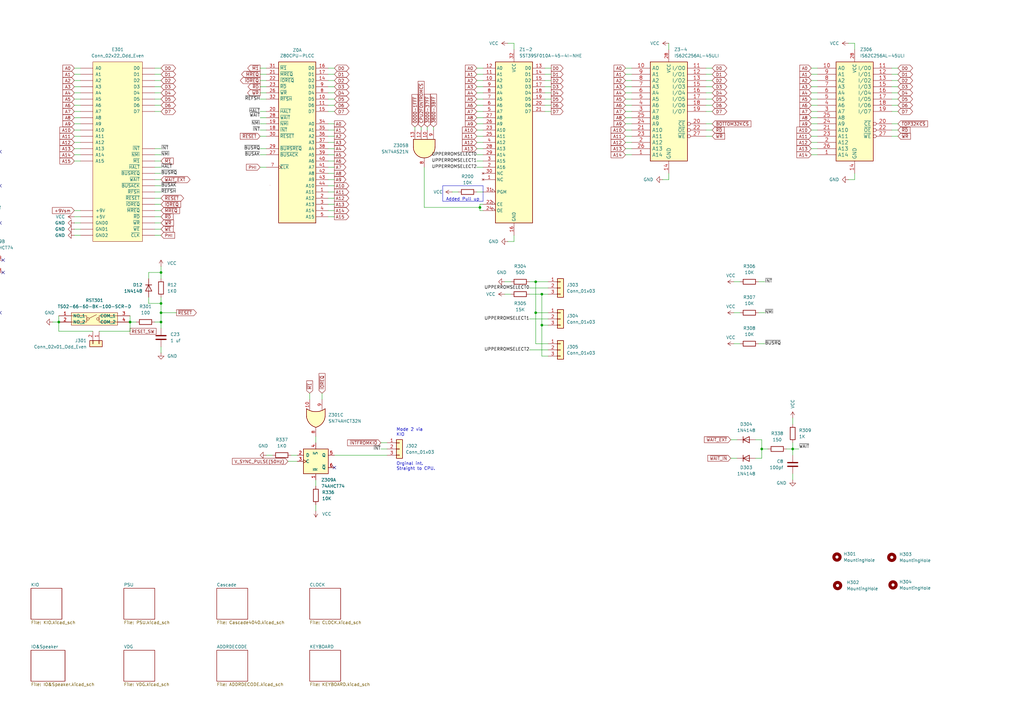
<source format=kicad_sch>
(kicad_sch (version 20250114) (generator "eeschema") (generator_version "9.0")
  (paper "A3")
  (title_block (title "JupiterAce Z80 plus KIO and new memory format.") (date "2023-02-09") (rev "${REVNUM}") (company "Ontobus") (comment 1 "John Bradley") (comment 2 "https://creativecommons.org/licenses/by-nc-sa/4.0/") (comment 3 "Attribution-NonCommercial-ShareAlike 4.0 International License.") (comment 4 "This work is licensed under a Creative Commons "))
  (text "Mode 2 via\nKIO" (at 162.56 179.07 0) (effects (font (size 1.27 1.27)) (justify left bottom)))
  (text "Added Pull up" (at 182.88 82.55 0) (effects (font (size 1.27 1.27)) (justify left bottom)))
  (text "Orginal int.\nStraight to CPU." (at 162.56 193.04 0) (effects (font (size 1.27 1.27)) (justify left bottom)))
  (junction (at 53.34 132.08))
  (junction (at 325.12 184.15))
  (junction (at 66.04 132.08))
  (junction (at 312.42 184.15))
  (junction (at 66.04 111.76))
  (junction (at 219.71 115.57))
  (junction (at 66.04 128.27))
  (junction (at 196.85 85.09))
  (junction (at 222.25 133.35))
  (junction (at 219.71 128.27))
  (junction (at 24.13 132.08))
  (junction (at 66.04 124.46))
  (junction (at 222.25 120.65))
  (no_connect (at 1.27 111.76))
  (no_connect (at 0 62.23))
  (no_connect (at -15.24 125.73))
  (no_connect (at -6.35 116.84))
  (no_connect (at -15.24 130.81))
  (no_connect (at 0 91.44))
  (no_connect (at 1.27 106.68))
  (no_connect (at -13.97 109.22))
  (no_connect (at -6.35 101.6))
  (no_connect (at -15.24 62.23))
  (no_connect (at -25.4 62.23))
  (no_connect (at -40.64 62.23))
  (no_connect (at -15.24 128.27))
  (no_connect (at -15.24 73.66))
  (no_connect (at 0 76.2))
  (no_connect (at -15.24 78.74))
  (no_connect (at -13.97 106.68))
  (no_connect (at -15.24 93.98))
  (no_connect (at -15.24 88.9))
  (no_connect (at 137.16 191.77))
  (no_connect (at 0 128.27))
  (wire (pts (xy 259.08 60.96) (xy 256.54 60.96)))
  (wire (pts (xy 66.04 111.76) (xy 60.96 111.76)))
  (wire (pts (xy 365.76 50.8) (xy 368.3 50.8)))
  (wire (pts (xy 224.79 130.81) (xy 217.17 130.81)))
  (wire (pts (xy 223.52 27.94) (xy 226.06 27.94)))
  (wire (pts (xy 303.53 128.27) (xy 300.99 128.27)))
  (wire (pts (xy 63.5 35.56) (xy 66.04 35.56)))
  (wire (pts (xy 63.5 30.48) (xy 66.04 30.48)))
  (wire (pts (xy 198.12 63.5) (xy 195.58 63.5)))
  (wire (pts (xy 335.28 43.18) (xy 332.74 43.18)))
  (wire (pts (xy 312.42 180.34) (xy 312.42 184.15)))
  (wire (pts (xy 196.85 85.09) (xy 196.85 86.36)))
  (wire (pts (xy 365.76 45.72) (xy 368.3 45.72)))
  (wire (pts (xy 60.96 121.92) (xy 60.96 124.46)))
  (wire (pts (xy 66.04 114.3) (xy 66.04 111.76)))
  (polyline (pts (xy 181.61 76.2) (xy 181.61 82.55)))
  (wire (pts (xy 66.04 128.27) (xy 66.04 132.08)))
  (wire (pts (xy 63.5 73.66) (xy 66.04 73.66)))
  (wire (pts (xy 289.56 53.34) (xy 292.1 53.34)))
  (wire (pts (xy 134.62 30.48) (xy 137.16 30.48)))
  (wire (pts (xy 33.02 40.64) (xy 30.48 40.64)))
  (wire (pts (xy 63.5 60.96) (xy 66.04 60.96)))
  (wire (pts (xy 259.08 53.34) (xy 256.54 53.34)))
  (wire (pts (xy 365.76 38.1) (xy 368.3 38.1)))
  (wire (pts (xy 134.62 53.34) (xy 137.16 53.34)))
  (wire (pts (xy 198.12 66.04) (xy 195.58 66.04)))
  (wire (pts (xy 33.02 53.34) (xy 30.48 53.34)))
  (wire (pts (xy 311.15 140.97) (xy 313.69 140.97)))
  (wire (pts (xy 259.08 38.1) (xy 256.54 38.1)))
  (wire (pts (xy 33.02 48.26) (xy 30.48 48.26)))
  (wire (pts (xy 209.55 120.65) (xy 207.01 120.65)))
  (wire (pts (xy 109.22 38.1) (xy 106.68 38.1)))
  (wire (pts (xy 63.5 45.72) (xy 66.04 45.72)))
  (wire (pts (xy 129.54 179.07) (xy 129.54 181.61)))
  (wire (pts (xy 33.02 43.18) (xy 30.48 43.18)))
  (wire (pts (xy 106.68 55.88) (xy 109.22 55.88)))
  (wire (pts (xy 134.62 33.02) (xy 137.16 33.02)))
  (wire (pts (xy 322.58 184.15) (xy 325.12 184.15)))
  (wire (pts (xy 274.32 71.12) (xy 274.32 73.66)))
  (polyline (pts (xy 198.12 76.2) (xy 181.61 76.2)))
  (wire (pts (xy 63.5 96.52) (xy 66.04 96.52)))
  (wire (pts (xy 335.28 53.34) (xy 332.74 53.34)))
  (wire (pts (xy 109.22 53.34) (xy 106.68 53.34)))
  (wire (pts (xy 198.12 38.1) (xy 195.58 38.1)))
  (wire (pts (xy 365.76 53.34) (xy 368.3 53.34)))
  (wire (pts (xy 106.68 40.64) (xy 109.22 40.64)))
  (wire (pts (xy 198.12 43.18) (xy 195.58 43.18)))
  (wire (pts (xy 30.48 91.44) (xy 33.02 91.44)))
  (wire (pts (xy 210.82 96.52) (xy 210.82 99.06)))
  (wire (pts (xy 33.02 60.96) (xy 30.48 60.96)))
  (wire (pts (xy 198.12 78.74) (xy 195.58 78.74)))
  (wire (pts (xy 198.12 27.94) (xy 195.58 27.94)))
  (wire (pts (xy 335.28 50.8) (xy 332.74 50.8)))
  (wire (pts (xy 289.56 50.8) (xy 292.1 50.8)))
  (wire (pts (xy 134.62 78.74) (xy 137.16 78.74)))
  (wire (pts (xy 63.5 91.44) (xy 66.04 91.44)))
  (wire (pts (xy 109.22 45.72) (xy 106.68 45.72)))
  (wire (pts (xy 134.62 68.58) (xy 137.16 68.58)))
  (wire (pts (xy 335.28 63.5) (xy 332.74 63.5)))
  (wire (pts (xy 335.28 38.1) (xy 332.74 38.1)))
  (wire (pts (xy 325.12 181.61) (xy 325.12 184.15)))
  (wire (pts (xy 129.54 199.39) (xy 129.54 196.85)))
  (polyline (pts (xy 181.61 82.55) (xy 198.12 82.55)))
  (wire (pts (xy 289.56 30.48) (xy 292.1 30.48)))
  (wire (pts (xy 63.5 68.58) (xy 66.04 68.58)))
  (wire (pts (xy 223.52 33.02) (xy 226.06 33.02)))
  (wire (pts (xy 335.28 30.48) (xy 332.74 30.48)))
  (wire (pts (xy 134.62 73.66) (xy 137.16 73.66)))
  (wire (pts (xy 198.12 83.82) (xy 196.85 83.82)))
  (wire (pts (xy 198.12 53.34) (xy 195.58 53.34)))
  (wire (pts (xy 289.56 45.72) (xy 292.1 45.72)))
  (wire (pts (xy 134.62 83.82) (xy 137.16 83.82)))
  (wire (pts (xy 187.96 78.74) (xy 185.42 78.74)))
  (wire (pts (xy 289.56 38.1) (xy 292.1 38.1)))
  (wire (pts (xy 312.42 184.15) (xy 312.42 187.96)))
  (wire (pts (xy 224.79 143.51) (xy 217.17 143.51)))
  (wire (pts (xy 222.25 133.35) (xy 222.25 146.05)))
  (wire (pts (xy 303.53 115.57) (xy 300.99 115.57)))
  (wire (pts (xy 223.52 45.72) (xy 226.06 45.72)))
  (wire (pts (xy 134.62 55.88) (xy 137.16 55.88)))
  (wire (pts (xy 198.12 30.48) (xy 195.58 30.48)))
  (wire (pts (xy 259.08 27.94) (xy 256.54 27.94)))
  (wire (pts (xy 208.28 99.06) (xy 210.82 99.06)))
  (wire (pts (xy 33.02 35.56) (xy 30.48 35.56)))
  (wire (pts (xy 55.88 132.08) (xy 53.34 132.08)))
  (wire (pts (xy 256.54 35.56) (xy 259.08 35.56)))
  (wire (pts (xy 210.82 20.32) (xy 210.82 17.78)))
  (wire (pts (xy 325.12 173.99) (xy 325.12 171.45)))
  (wire (pts (xy 198.12 55.88) (xy 195.58 55.88)))
  (wire (pts (xy 198.12 60.96) (xy 195.58 60.96)))
  (wire (pts (xy 335.28 35.56) (xy 332.74 35.56)))
  (wire (pts (xy 134.62 71.12) (xy 137.16 71.12)))
  (wire (pts (xy 219.71 128.27) (xy 224.79 128.27)))
  (wire (pts (xy 63.5 71.12) (xy 66.04 71.12)))
  (wire (pts (xy 219.71 140.97) (xy 224.79 140.97)))
  (wire (pts (xy 33.02 38.1) (xy 30.48 38.1)))
  (wire (pts (xy 223.52 35.56) (xy 226.06 35.56)))
  (wire (pts (xy 196.85 83.82) (xy 196.85 85.09)))
  (wire (pts (xy 66.04 124.46) (xy 66.04 128.27)))
  (wire (pts (xy 33.02 58.42) (xy 30.48 58.42)))
  (wire (pts (xy 335.28 58.42) (xy 332.74 58.42)))
  (wire (pts (xy 134.62 66.04) (xy 137.16 66.04)))
  (wire (pts (xy 111.76 186.69) (xy 109.22 186.69)))
  (wire (pts (xy 38.1 135.89) (xy 24.13 135.89)))
  (wire (pts (xy 66.04 128.27) (xy 72.39 128.27)))
  (wire (pts (xy 63.5 27.94) (xy 66.04 27.94)))
  (wire (pts (xy 299.72 187.96) (xy 302.26 187.96)))
  (wire (pts (xy 259.08 63.5) (xy 256.54 63.5)))
  (wire (pts (xy 33.02 66.04) (xy 30.48 66.04)))
  (wire (pts (xy 66.04 121.92) (xy 66.04 124.46)))
  (wire (pts (xy 109.22 63.5) (xy 106.68 63.5)))
  (wire (pts (xy 259.08 48.26) (xy 256.54 48.26)))
  (wire (pts (xy 33.02 88.9) (xy 30.48 88.9)))
  (wire (pts (xy 134.62 88.9) (xy 137.16 88.9)))
  (wire (pts (xy 325.12 196.85) (xy 325.12 194.31)))
  (wire (pts (xy 325.12 184.15) (xy 325.12 186.69)))
  (wire (pts (xy 63.5 66.04) (xy 66.04 66.04)))
  (wire (pts (xy 223.52 43.18) (xy 226.06 43.18)))
  (wire (pts (xy 66.04 142.24) (xy 66.04 144.78)))
  (wire (pts (xy 259.08 58.42) (xy 256.54 58.42)))
  (wire (pts (xy 134.62 38.1) (xy 137.16 38.1)))
  (wire (pts (xy 66.04 132.08) (xy 66.04 134.62)))
  (wire (pts (xy 134.62 40.64) (xy 137.16 40.64)))
  (wire (pts (xy 134.62 35.56) (xy 137.16 35.56)))
  (wire (pts (xy 198.12 40.64) (xy 195.58 40.64)))
  (wire (pts (xy 219.71 128.27) (xy 219.71 140.97)))
  (wire (pts (xy 289.56 35.56) (xy 292.1 35.56)))
  (wire (pts (xy 335.28 60.96) (xy 332.74 60.96)))
  (wire (pts (xy 129.54 209.55) (xy 129.54 207.01)))
  (wire (pts (xy 335.28 40.64) (xy 332.74 40.64)))
  (wire (pts (xy 33.02 55.88) (xy 30.48 55.88)))
  (wire (pts (xy 24.13 132.08) (xy 24.13 135.89)))
  (wire (pts (xy 311.15 128.27) (xy 313.69 128.27)))
  (wire (pts (xy 259.08 40.64) (xy 256.54 40.64)))
  (wire (pts (xy 33.02 93.98) (xy 30.48 93.98)))
  (wire (pts (xy 365.76 30.48) (xy 368.3 30.48)))
  (wire (pts (xy 259.08 43.18) (xy 256.54 43.18)))
  (wire (pts (xy 170.18 53.34) (xy 170.18 52.07)))
  (wire (pts (xy 63.5 43.18) (xy 66.04 43.18)))
  (wire (pts (xy 127 161.29) (xy 127 163.83)))
  (wire (pts (xy 66.04 124.46) (xy 60.96 124.46)))
  (wire (pts (xy 53.34 129.54) (xy 53.34 132.08)))
  (wire (pts (xy 325.12 184.15) (xy 327.66 184.15)))
  (wire (pts (xy 219.71 115.57) (xy 217.17 115.57)))
  (wire (pts (xy 66.04 109.22) (xy 66.04 111.76)))
  (wire (pts (xy 63.5 38.1) (xy 66.04 38.1)))
  (wire (pts (xy 198.12 50.8) (xy 195.58 50.8)))
  (wire (pts (xy 223.52 38.1) (xy 226.06 38.1)))
  (wire (pts (xy 289.56 27.94) (xy 292.1 27.94)))
  (wire (pts (xy 134.62 43.18) (xy 137.16 43.18)))
  (wire (pts (xy 219.71 115.57) (xy 219.71 128.27)))
  (wire (pts (xy 118.11 189.23) (xy 121.92 189.23)))
  (wire (pts (xy 63.5 83.82) (xy 66.04 83.82)))
  (wire (pts (xy 259.08 45.72) (xy 256.54 45.72)))
  (wire (pts (xy 109.22 48.26) (xy 106.68 48.26)))
  (wire (pts (xy 365.76 35.56) (xy 368.3 35.56)))
  (wire (pts (xy 312.42 184.15) (xy 314.96 184.15)))
  (wire (pts (xy 53.34 135.89) (xy 40.64 135.89)))
  (wire (pts (xy 335.28 27.94) (xy 332.74 27.94)))
  (wire (pts (xy 207.01 115.57) (xy 209.55 115.57)))
  (wire (pts (xy 109.22 27.94) (xy 106.68 27.94)))
  (wire (pts (xy 132.08 161.29) (xy 132.08 163.83)))
  (wire (pts (xy 198.12 35.56) (xy 195.58 35.56)))
  (wire (pts (xy 259.08 50.8) (xy 256.54 50.8)))
  (wire (pts (xy 134.62 50.8) (xy 137.16 50.8)))
  (wire (pts (xy 222.25 120.65) (xy 217.17 120.65)))
  (wire (pts (xy 335.28 55.88) (xy 332.74 55.88)))
  (wire (pts (xy 177.8 53.34) (xy 177.8 52.07)))
  (wire (pts (xy 33.02 30.48) (xy 30.48 30.48)))
  (wire (pts (xy 259.08 30.48) (xy 256.54 30.48)))
  (wire (pts (xy 134.62 58.42) (xy 137.16 58.42)))
  (wire (pts (xy 198.12 86.36) (xy 196.85 86.36)))
  (wire (pts (xy 33.02 50.8) (xy 30.48 50.8)))
  (wire (pts (xy 365.76 43.18) (xy 368.3 43.18)))
  (wire (pts (xy 224.79 118.11) (xy 217.17 118.11)))
  (wire (pts (xy 198.12 45.72) (xy 195.58 45.72)))
  (wire (pts (xy 172.72 52.07) (xy 172.72 53.34)))
  (wire (pts (xy 224.79 115.57) (xy 219.71 115.57)))
  (wire (pts (xy 24.13 129.54) (xy 24.13 132.08)))
  (wire (pts (xy 365.76 33.02) (xy 368.3 33.02)))
  (wire (pts (xy 274.32 17.78) (xy 274.32 20.32)))
  (wire (pts (xy 137.16 186.69) (xy 158.75 186.69)))
  (wire (pts (xy 134.62 63.5) (xy 137.16 63.5)))
  (wire (pts (xy 222.25 120.65) (xy 222.25 133.35)))
  (wire (pts (xy 210.82 17.78) (xy 208.28 17.78)))
  (wire (pts (xy 63.5 40.64) (xy 66.04 40.64)))
  (wire (pts (xy 350.52 17.78) (xy 347.98 17.78)))
  (wire (pts (xy 33.02 33.02) (xy 30.48 33.02)))
  (wire (pts (xy 66.04 63.5) (xy 63.5 63.5)))
  (wire (pts (xy 222.25 146.05) (xy 224.79 146.05)))
  (wire (pts (xy 63.5 78.74) (xy 66.04 78.74)))
  (wire (pts (xy 335.28 45.72) (xy 332.74 45.72)))
  (wire (pts (xy 222.25 133.35) (xy 224.79 133.35)))
  (wire (pts (xy 109.22 35.56) (xy 106.68 35.56)))
  (wire (pts (xy 223.52 40.64) (xy 226.06 40.64)))
  (wire (pts (xy 134.62 81.28) (xy 137.16 81.28)))
  (wire (pts (xy 309.88 187.96) (xy 312.42 187.96)))
  (wire (pts (xy 271.78 73.66) (xy 274.32 73.66)))
  (wire (pts (xy 365.76 27.94) (xy 368.3 27.94)))
  (wire (pts (xy 33.02 45.72) (xy 30.48 45.72)))
  (wire (pts (xy 173.99 85.09) (xy 196.85 85.09)))
  (wire (pts (xy 259.08 33.02) (xy 256.54 33.02)))
  (wire (pts (xy 259.08 55.88) (xy 256.54 55.88)))
  (wire (pts (xy 347.98 73.66) (xy 350.52 73.66)))
  (wire (pts (xy 106.68 60.96) (xy 109.22 60.96)))
  (wire (pts (xy 109.22 30.48) (xy 106.68 30.48)))
  (wire (pts (xy 134.62 86.36) (xy 137.16 86.36)))
  (wire (pts (xy 289.56 33.02) (xy 292.1 33.02)))
  (wire (pts (xy 289.56 43.18) (xy 292.1 43.18)))
  (wire (pts (xy 33.02 96.52) (xy 30.48 96.52)))
  (polyline (pts (xy 198.12 82.55) (xy 198.12 76.2)))
  (wire (pts (xy 365.76 40.64) (xy 368.3 40.64)))
  (wire (pts (xy 33.02 27.94) (xy 30.48 27.94)))
  (wire (pts (xy 289.56 55.88) (xy 292.1 55.88)))
  (wire (pts (xy 350.52 17.78) (xy 350.52 20.32)))
  (wire (pts (xy 335.28 48.26) (xy 332.74 48.26)))
  (wire (pts (xy 299.72 180.34) (xy 302.26 180.34)))
  (wire (pts (xy 33.02 63.5) (xy 30.48 63.5)))
  (wire (pts (xy 53.34 132.08) (xy 53.34 135.89)))
  (wire (pts (xy 198.12 33.02) (xy 195.58 33.02)))
  (wire (pts (xy 134.62 76.2) (xy 137.16 76.2)))
  (wire (pts (xy 63.5 93.98) (xy 66.04 93.98)))
  (wire (pts (xy 63.5 86.36) (xy 66.04 86.36)))
  (wire (pts (xy 63.5 132.08) (xy 66.04 132.08)))
  (wire (pts (xy 198.12 68.58) (xy 195.58 68.58)))
  (wire (pts (xy 175.26 53.34) (xy 175.26 52.07)))
  (wire (pts (xy 109.22 68.58) (xy 106.68 68.58)))
  (wire (pts (xy 109.22 33.02) (xy 106.68 33.02)))
  (wire (pts (xy 134.62 60.96) (xy 137.16 60.96)))
  (wire (pts (xy 33.02 86.36) (xy 30.48 86.36)))
  (wire (pts (xy 158.75 184.15) (xy 156.21 184.15)))
  (wire (pts (xy 60.96 111.76) (xy 60.96 114.3)))
  (wire (pts (xy 300.99 140.97) (xy 303.53 140.97)))
  (wire (pts (xy 63.5 76.2) (xy 66.04 76.2)))
  (wire (pts (xy 134.62 45.72) (xy 137.16 45.72)))
  (wire (pts (xy 24.13 132.08) (xy 21.59 132.08)))
  (wire (pts (xy 198.12 58.42) (xy 195.58 58.42)))
  (wire (pts (xy 119.38 186.69) (xy 121.92 186.69)))
  (wire (pts (xy 173.99 85.09) (xy 173.99 68.58)))
  (wire (pts (xy 335.28 33.02) (xy 332.74 33.02)))
  (wire (pts (xy 223.52 30.48) (xy 226.06 30.48)))
  (wire (pts (xy 158.75 181.61) (xy 156.21 181.61)))
  (wire (pts (xy 63.5 81.28) (xy 66.04 81.28)))
  (wire (pts (xy 224.79 120.65) (xy 222.25 120.65)))
  (wire (pts (xy 109.22 50.8) (xy 106.68 50.8)))
  (wire (pts (xy 63.5 88.9) (xy 66.04 88.9)))
  (wire (pts (xy 289.56 40.64) (xy 292.1 40.64)))
  (wire (pts (xy 309.88 180.34) (xy 312.42 180.34)))
  (wire (pts (xy 311.15 115.57) (xy 313.69 115.57)))
  (wire (pts (xy 350.52 71.12) (xy 350.52 73.66)))
  (wire (pts (xy 365.76 55.88) (xy 368.3 55.88)))
  (wire (pts (xy 134.62 27.94) (xy 137.16 27.94)))
  (wire (pts (xy 63.5 33.02) (xy 66.04 33.02)))
  (wire (pts (xy 198.12 48.26) (xy 195.58 48.26)))
  (label "~{REFSH}" (at 106.68 40.64 180))
  (label "~{WAIT}" (at 327.66 184.15 0))
  (label "~{NMI}" (at 313.69 128.27 0))
  (label "UPPERROMSELECT1" (at 195.58 66.04 180))
  (label "UPPERROMSELECT0" (at 195.58 63.5 180))
  (label "UPPERROMSELECT2" (at 217.17 143.51 180))
  (label "~{BUSAK}" (at 66.04 76.2 0))
  (label "~{REFSH}" (at 66.04 78.74 0))
  (label "UPPERROMSELECT1" (at 217.17 130.81 180))
  (label "~{BUSRQ}" (at 66.04 71.12 0))
  (label "UPPERROMSELECT2" (at 195.58 68.58 180))
  (label "~{INT}" (at 156.21 184.15 180))
  (label "~{NMI}" (at 106.68 50.8 180))
  (label "~{INT}" (at 313.69 115.57 0))
  (label "~{WAIT}" (at 106.68 48.26 180))
  (label "~{BUSRQ}" (at 106.68 60.96 180))
  (label "~{HALT}" (at 66.04 68.58 0))
  (label "~{BUSRQ}" (at 313.69 140.97 0))
  (label "~{INT}" (at 106.68 53.34 180))
  (label "~{INT}" (at 66.04 60.96 0))
  (label "~{NMI}" (at 66.04 63.5 0))
  (label "~{BUSAK}" (at 106.68 63.5 180))
  (label "~{HALT}" (at 106.68 45.72 180))
  (label "UPPERROMSELECT0" (at 217.17 118.11 180))
  (global_label "D5" (shape output) (at 226.06 40.64 0) (property "Intersheetrefs" "${INTERSHEET_REFS}" (at 230.8705 40.64 0) (effects (justify left))))
  (global_label "~{WAIT_IN}" (shape input) (at 299.72 187.96 180) (property "Intersheetrefs" "${INTERSHEET_REFS}" (at 290.3737 187.96 0) (effects (justify right))))
  (global_label "~{WAIT_EXT}" (shape bidirectional) (at 66.04 73.66 0) (property "Intersheetrefs" "${INTERSHEET_REFS}" (at 77.7296 73.66 0) (effects (justify left))))
  (global_label "A6" (shape output) (at 137.16 66.04 0) (property "Intersheetrefs" "${INTERSHEET_REFS}" (at 141.7891 66.04 0) (effects (justify left))))
  (global_label "D4" (shape bidirectional) (at 292.1 38.1 0) (property "Intersheetrefs" "${INTERSHEET_REFS}" (at 297.863 38.1 0) (effects (justify left))))
  (global_label "A13" (shape input) (at 332.74 60.96 180) (property "Intersheetrefs" "${INTERSHEET_REFS}" (at 326.9014 60.96 0) (effects (justify right))))
  (global_label "~{BOTTOM32KCS}" (shape input) (at 292.1 50.8 0) (property "Intersheetrefs" "${INTERSHEET_REFS}" (at 307.9171 50.8 0) (effects (justify left))))
  (global_label "D0" (shape bidirectional) (at 292.1 27.94 0) (property "Intersheetrefs" "${INTERSHEET_REFS}" (at 297.863 27.94 0) (effects (justify left))))
  (global_label "A4" (shape output) (at 137.16 60.96 0) (property "Intersheetrefs" "${INTERSHEET_REFS}" (at 141.7891 60.96 0) (effects (justify left))))
  (global_label "A9" (shape input) (at 30.48 50.8 180) (property "Intersheetrefs" "${INTERSHEET_REFS}" (at 25.8509 50.8 0) (effects (justify right))))
  (global_label "D4" (shape bidirectional) (at 66.04 38.1 0) (property "Intersheetrefs" "${INTERSHEET_REFS}" (at 71.803 38.1 0) (effects (justify left))))
  (global_label "D2" (shape bidirectional) (at 137.16 33.02 0) (property "Intersheetrefs" "${INTERSHEET_REFS}" (at 142.923 33.02 0) (effects (justify left))))
  (global_label "A0" (shape input) (at 30.48 27.94 180) (property "Intersheetrefs" "${INTERSHEET_REFS}" (at 25.8509 27.94 0) (effects (justify right))))
  (global_label "A8" (shape input) (at 30.48 48.26 180) (property "Intersheetrefs" "${INTERSHEET_REFS}" (at 25.8509 48.26 0) (effects (justify right))))
  (global_label "A12" (shape output) (at 137.16 81.28 0) (property "Intersheetrefs" "${INTERSHEET_REFS}" (at 142.9986 81.28 0) (effects (justify left))))
  (global_label "A7" (shape input) (at 256.54 45.72 180) (property "Intersheetrefs" "${INTERSHEET_REFS}" (at 251.9109 45.72 0) (effects (justify right))))
  (global_label "~{WR}" (shape input) (at 368.3 55.88 0) (property "Intersheetrefs" "${INTERSHEET_REFS}" (at 373.3524 55.88 0) (effects (justify left))))
  (global_label "~{RESET}" (shape input) (at 106.68 55.88 180) (property "Intersheetrefs" "${INTERSHEET_REFS}" (at 98.6039 55.88 0) (effects (justify right))))
  (global_label "A10" (shape input) (at 30.48 53.34 180) (property "Intersheetrefs" "${INTERSHEET_REFS}" (at 24.6414 53.34 0) (effects (justify right))))
  (global_label "D5" (shape bidirectional) (at 66.04 40.64 0) (property "Intersheetrefs" "${INTERSHEET_REFS}" (at 71.803 40.64 0) (effects (justify left))))
  (global_label "A13" (shape input) (at 195.58 60.96 180) (property "Intersheetrefs" "${INTERSHEET_REFS}" (at 189.7414 60.96 0) (effects (justify right))))
  (global_label "A5" (shape output) (at 137.16 63.5 0) (property "Intersheetrefs" "${INTERSHEET_REFS}" (at 141.7891 63.5 0) (effects (justify left))))
  (global_label "~{RESET}" (shape output) (at 72.39 128.27 0) (property "Intersheetrefs" "${INTERSHEET_REFS}" (at 80.4661 128.27 0) (effects (justify left))))
  (global_label "~{TOP32KCS}" (shape input) (at 368.3 50.8 0) (property "Intersheetrefs" "${INTERSHEET_REFS}" (at 380.3676 50.8 0) (effects (justify left))))
  (global_label "A5" (shape input) (at 256.54 40.64 180) (property "Intersheetrefs" "${INTERSHEET_REFS}" (at 251.9109 40.64 0) (effects (justify right))))
  (global_label "D3" (shape bidirectional) (at 292.1 35.56 0) (property "Intersheetrefs" "${INTERSHEET_REFS}" (at 297.863 35.56 0) (effects (justify left))))
  (global_label "A12" (shape input) (at 30.48 58.42 180) (property "Intersheetrefs" "${INTERSHEET_REFS}" (at 24.6414 58.42 0) (effects (justify right))))
  (global_label "A1" (shape input) (at 30.48 30.48 180) (property "Intersheetrefs" "${INTERSHEET_REFS}" (at 25.8509 30.48 0) (effects (justify right))))
  (global_label "A14" (shape input) (at 30.48 63.5 180) (property "Intersheetrefs" "${INTERSHEET_REFS}" (at 24.6414 63.5 0) (effects (justify right))))
  (global_label "D1" (shape bidirectional) (at 368.3 30.48 0) (property "Intersheetrefs" "${INTERSHEET_REFS}" (at 374.063 30.48 0) (effects (justify left))))
  (global_label "PHI" (shape input) (at 66.04 96.52 0) (property "Intersheetrefs" "${INTERSHEET_REFS}" (at 71.5763 96.52 0) (effects (justify left))))
  (global_label "D6" (shape bidirectional) (at 137.16 43.18 0) (property "Intersheetrefs" "${INTERSHEET_REFS}" (at 142.923 43.18 0) (effects (justify left))))
  (global_label "A7" (shape input) (at 332.74 45.72 180) (property "Intersheetrefs" "${INTERSHEET_REFS}" (at 328.1109 45.72 0) (effects (justify right))))
  (global_label "A13" (shape input) (at 256.54 60.96 180) (property "Intersheetrefs" "${INTERSHEET_REFS}" (at 250.7014 60.96 0) (effects (justify right))))
  (global_label "A3" (shape input) (at 30.48 35.56 180) (property "Intersheetrefs" "${INTERSHEET_REFS}" (at 25.8509 35.56 0) (effects (justify right))))
  (global_label "A10" (shape input) (at 256.54 53.34 180) (property "Intersheetrefs" "${INTERSHEET_REFS}" (at 250.7014 53.34 0) (effects (justify right))))
  (global_label "D1" (shape bidirectional) (at 292.1 30.48 0) (property "Intersheetrefs" "${INTERSHEET_REFS}" (at 297.863 30.48 0) (effects (justify left))))
  (global_label "A11" (shape output) (at 137.16 78.74 0) (property "Intersheetrefs" "${INTERSHEET_REFS}" (at 142.9986 78.74 0) (effects (justify left))))
  (global_label "D2" (shape bidirectional) (at 66.04 33.02 0) (property "Intersheetrefs" "${INTERSHEET_REFS}" (at 71.803 33.02 0) (effects (justify left))))
  (global_label "A9" (shape output) (at 137.16 73.66 0) (property "Intersheetrefs" "${INTERSHEET_REFS}" (at 141.7891 73.66 0) (effects (justify left))))
  (global_label "A8" (shape input) (at 256.54 48.26 180) (property "Intersheetrefs" "${INTERSHEET_REFS}" (at 251.9109 48.26 0) (effects (justify right))))
  (global_label "D0" (shape bidirectional) (at 66.04 27.94 0) (property "Intersheetrefs" "${INTERSHEET_REFS}" (at 71.803 27.94 0) (effects (justify left))))
  (global_label "D0" (shape output) (at 226.06 27.94 0) (property "Intersheetrefs" "${INTERSHEET_REFS}" (at 230.8705 27.94 0) (effects (justify left))))
  (global_label "D0" (shape bidirectional) (at 137.16 27.94 0) (property "Intersheetrefs" "${INTERSHEET_REFS}" (at 142.923 27.94 0) (effects (justify left))))
  (global_label "D3" (shape output) (at 226.06 35.56 0) (property "Intersheetrefs" "${INTERSHEET_REFS}" (at 230.8705 35.56 0) (effects (justify left))))
  (global_label "D7" (shape bidirectional) (at 292.1 45.72 0) (property "Intersheetrefs" "${INTERSHEET_REFS}" (at 297.863 45.72 0) (effects (justify left))))
  (global_label "A8" (shape input) (at 195.58 48.26 180) (property "Intersheetrefs" "${INTERSHEET_REFS}" (at 190.9509 48.26 0) (effects (justify right))))
  (global_label "A6" (shape input) (at 195.58 43.18 180) (property "Intersheetrefs" "${INTERSHEET_REFS}" (at 190.9509 43.18 0) (effects (justify right))))
  (global_label "~{MREQ}" (shape output) (at 106.68 30.48 180) (property "Intersheetrefs" "${INTERSHEET_REFS}" (at 99.1481 30.48 0) (effects (justify right))))
  (global_label "~{WR}" (shape input) (at 66.04 91.44 0) (property "Intersheetrefs" "${INTERSHEET_REFS}" (at 71.0924 91.44 0) (effects (justify left))))
  (global_label "D7" (shape bidirectional) (at 368.3 45.72 0) (property "Intersheetrefs" "${INTERSHEET_REFS}" (at 374.063 45.72 0) (effects (justify left))))
  (global_label "~{RD}" (shape input) (at 292.1 53.34 0) (property "Intersheetrefs" "${INTERSHEET_REFS}" (at 296.971 53.34 0) (effects (justify left))))
  (global_label "D3" (shape bidirectional) (at 137.16 35.56 0) (property "Intersheetrefs" "${INTERSHEET_REFS}" (at 142.923 35.56 0) (effects (justify left))))
  (global_label "A0" (shape input) (at 256.54 27.94 180) (property "Intersheetrefs" "${INTERSHEET_REFS}" (at 251.9109 27.94 0) (effects (justify right))))
  (global_label "A7" (shape input) (at 195.58 45.72 180) (property "Intersheetrefs" "${INTERSHEET_REFS}" (at 190.9509 45.72 0) (effects (justify right))))
  (global_label "A4" (shape input) (at 332.74 38.1 180) (property "Intersheetrefs" "${INTERSHEET_REFS}" (at 328.1109 38.1 0) (effects (justify right))))
  (global_label "A1" (shape input) (at 195.58 30.48 180) (property "Intersheetrefs" "${INTERSHEET_REFS}" (at 190.9509 30.48 0) (effects (justify right))))
  (global_label "A14" (shape input) (at 256.54 63.5 180) (property "Intersheetrefs" "${INTERSHEET_REFS}" (at 250.7014 63.5 0) (effects (justify right))))
  (global_label "A11" (shape input) (at 332.74 55.88 180) (property "Intersheetrefs" "${INTERSHEET_REFS}" (at 326.9014 55.88 0) (effects (justify right))))
  (global_label "A2" (shape input) (at 332.74 33.02 180) (property "Intersheetrefs" "${INTERSHEET_REFS}" (at 328.1109 33.02 0) (effects (justify right))))
  (global_label "A5" (shape input) (at 195.58 40.64 180) (property "Intersheetrefs" "${INTERSHEET_REFS}" (at 190.9509 40.64 0) (effects (justify right))))
  (global_label "~{M1}" (shape input) (at 127 161.29 90) (property "Intersheetrefs" "${INTERSHEET_REFS}" (at 127 156.2981 90) (effects (justify left))))
  (global_label "D6" (shape bidirectional) (at 66.04 43.18 0) (property "Intersheetrefs" "${INTERSHEET_REFS}" (at 71.803 43.18 0) (effects (justify left))))
  (global_label "D6" (shape bidirectional) (at 368.3 43.18 0) (property "Intersheetrefs" "${INTERSHEET_REFS}" (at 374.063 43.18 0) (effects (justify left))))
  (global_label "A3" (shape output) (at 137.16 58.42 0) (property "Intersheetrefs" "${INTERSHEET_REFS}" (at 141.7891 58.42 0) (effects (justify left))))
  (global_label "A12" (shape input) (at 256.54 58.42 180) (property "Intersheetrefs" "${INTERSHEET_REFS}" (at 250.7014 58.42 0) (effects (justify right))))
  (global_label "D4" (shape bidirectional) (at 137.16 38.1 0) (property "Intersheetrefs" "${INTERSHEET_REFS}" (at 142.923 38.1 0) (effects (justify left))))
  (global_label "~{3000-37FF}" (shape input) (at 175.26 52.07 90) (property "Intersheetrefs" "${INTERSHEET_REFS}" (at 175.26 38.7324 90) (effects (justify left))))
  (global_label "D5" (shape bidirectional) (at 368.3 40.64 0) (property "Intersheetrefs" "${INTERSHEET_REFS}" (at 374.063 40.64 0) (effects (justify left))))
  (global_label "A6" (shape input) (at 332.74 43.18 180) (property "Intersheetrefs" "${INTERSHEET_REFS}" (at 328.1109 43.18 0) (effects (justify right))))
  (global_label "~{RD}" (shape input) (at 66.04 88.9 0) (property "Intersheetrefs" "${INTERSHEET_REFS}" (at 70.911 88.9 0) (effects (justify left))))
  (global_label "D2" (shape bidirectional) (at 292.1 33.02 0) (property "Intersheetrefs" "${INTERSHEET_REFS}" (at 297.863 33.02 0) (effects (justify left))))
  (global_label "+9Vsm" (shape input) (at 30.48 86.36 180) (property "Intersheetrefs" "${INTERSHEET_REFS}" (at 21.5571 86.36 0) (effects (justify right))))
  (global_label "~{M1}" (shape output) (at 106.68 27.94 180) (property "Intersheetrefs" "${INTERSHEET_REFS}" (at 101.6881 27.94 0) (effects (justify right))))
  (global_label "A0" (shape input) (at 332.74 27.94 180) (property "Intersheetrefs" "${INTERSHEET_REFS}" (at 328.1109 27.94 0) (effects (justify right))))
  (global_label "A10" (shape output) (at 137.16 76.2 0) (property "Intersheetrefs" "${INTERSHEET_REFS}" (at 142.9986 76.2 0) (effects (justify left))))
  (global_label "A7" (shape input) (at 30.48 45.72 180) (property "Intersheetrefs" "${INTERSHEET_REFS}" (at 25.8509 45.72 0) (effects (justify right))))
  (global_label "A2" (shape output) (at 137.16 55.88 0) (property "Intersheetrefs" "${INTERSHEET_REFS}" (at 141.7891 55.88 0) (effects (justify left))))
  (global_label "~{3800-3BFF}" (shape input) (at 177.8 52.07 90) (property "Intersheetrefs" "${INTERSHEET_REFS}" (at 177.8 38.6719 90) (effects (justify left))))
  (global_label "A2" (shape input) (at 195.58 33.02 180) (property "Intersheetrefs" "${INTERSHEET_REFS}" (at 190.9509 33.02 0) (effects (justify right))))
  (global_label "V_SYNC_PULSE(50Hz)" (shape input) (at 118.11 189.23 180) (property "Intersheetrefs" "${INTERSHEET_REFS}" (at 95.3985 189.23 0) (effects (justify right))))
  (global_label "~{WAIT_EXT}" (shape input) (at 299.72 180.34 180) (property "Intersheetrefs" "${INTERSHEET_REFS}" (at 288.9829 180.34 0) (effects (justify right))))
  (global_label "D7" (shape bidirectional) (at 137.16 45.72 0) (property "Intersheetrefs" "${INTERSHEET_REFS}" (at 142.923 45.72 0) (effects (justify left))))
  (global_label "A3" (shape input) (at 332.74 35.56 180) (property "Intersheetrefs" "${INTERSHEET_REFS}" (at 328.1109 35.56 0) (effects (justify right))))
  (global_label "PHI" (shape input) (at 106.68 68.58 180) (property "Intersheetrefs" "${INTERSHEET_REFS}" (at 101.1437 68.58 0) (effects (justify right))))
  (global_label "~{IOREQ}" (shape output) (at 106.68 33.02 180) (property "Intersheetrefs" "${INTERSHEET_REFS}" (at 98.6642 33.02 0) (effects (justify right))))
  (global_label "A9" (shape input) (at 256.54 50.8 180) (property "Intersheetrefs" "${INTERSHEET_REFS}" (at 251.9109 50.8 0) (effects (justify right))))
  (global_label "A2" (shape input) (at 256.54 33.02 180) (property "Intersheetrefs" "${INTERSHEET_REFS}" (at 251.9109 33.02 0) (effects (justify right))))
  (global_label "~{0000-1FFF}" (shape input) (at 170.18 52.07 90) (property "Intersheetrefs" "${INTERSHEET_REFS}" (at 170.18 38.8533 90) (effects (justify left))))
  (global_label "A4" (shape input) (at 30.48 38.1 180) (property "Intersheetrefs" "${INTERSHEET_REFS}" (at 25.8509 38.1 0) (effects (justify right))))
  (global_label "D0" (shape bidirectional) (at 368.3 27.94 0) (property "Intersheetrefs" "${INTERSHEET_REFS}" (at 374.063 27.94 0) (effects (justify left))))
  (global_label "A2" (shape input) (at 30.48 33.02 180) (property "Intersheetrefs" "${INTERSHEET_REFS}" (at 25.8509 33.02 0) (effects (justify right))))
  (global_label "A5" (shape input) (at 30.48 40.64 180) (property "Intersheetrefs" "${INTERSHEET_REFS}" (at 25.8509 40.64 0) (effects (justify right))))
  (global_label "~{CPU2FONTROMCS}" (shape input) (at 172.72 52.07 90) (property "Intersheetrefs" "${INTERSHEET_REFS}" (at 172.72 33.4104 90) (effects (justify left))))
  (global_label "A14" (shape input) (at 332.74 63.5 180) (property "Intersheetrefs" "${INTERSHEET_REFS}" (at 326.9014 63.5 0) (effects (justify right))))
  (global_label "D3" (shape bidirectional) (at 66.04 35.56 0) (property "Intersheetrefs" "${INTERSHEET_REFS}" (at 71.803 35.56 0) (effects (justify left))))
  (global_label "A1" (shape input) (at 332.74 30.48 180) (property "Intersheetrefs" "${INTERSHEET_REFS}" (at 328.1109 30.48 0) (effects (justify right))))
  (global_label "A1" (shape output) (at 137.16 53.34 0) (property "Intersheetrefs" "${INTERSHEET_REFS}" (at 141.7891 53.34 0) (effects (justify left))))
  (global_label "~{INTFROMKIO}" (shape input) (at 156.21 181.61 180) (property "Intersheetrefs" "${INTERSHEET_REFS}" (at 142.6303 181.61 0) (effects (justify right))))
  (global_label "A3" (shape input) (at 195.58 35.56 180) (property "Intersheetrefs" "${INTERSHEET_REFS}" (at 190.9509 35.56 0) (effects (justify right))))
  (global_label "D4" (shape bidirectional) (at 368.3 38.1 0) (property "Intersheetrefs" "${INTERSHEET_REFS}" (at 374.063 38.1 0) (effects (justify left))))
  (global_label "A10" (shape input) (at 195.58 53.34 180) (property "Intersheetrefs" "${INTERSHEET_REFS}" (at 189.7414 53.34 0) (effects (justify right))))
  (global_label "D6" (shape output) (at 226.06 43.18 0) (property "Intersheetrefs" "${INTERSHEET_REFS}" (at 230.8705 43.18 0) (effects (justify left))))
  (global_label "D4" (shape output) (at 226.06 38.1 0) (property "Intersheetrefs" "${INTERSHEET_REFS}" (at 230.8705 38.1 0) (effects (justify left))))
  (global_label "D6" (shape bidirectional) (at 292.1 43.18 0) (property "Intersheetrefs" "${INTERSHEET_REFS}" (at 297.863 43.18 0) (effects (justify left))))
  (global_label "A7" (shape output) (at 137.16 68.58 0) (property "Intersheetrefs" "${INTERSHEET_REFS}" (at 141.7891 68.58 0) (effects (justify left))))
  (global_label "~{RD}" (shape output) (at 106.68 35.56 180) (property "Intersheetrefs" "${INTERSHEET_REFS}" (at 101.809 35.56 0) (effects (justify right))))
  (global_label "D2" (shape output) (at 226.06 33.02 0) (property "Intersheetrefs" "${INTERSHEET_REFS}" (at 230.8705 33.02 0) (effects (justify left))))
  (global_label "~{IOREQ}" (shape input) (at 66.04 83.82 0) (property "Intersheetrefs" "${INTERSHEET_REFS}" (at 74.0558 83.82 0) (effects (justify left))))
  (global_label "A9" (shape input) (at 195.58 50.8 180) (property "Intersheetrefs" "${INTERSHEET_REFS}" (at 190.9509 50.8 0) (effects (justify right))))
  (global_label "A3" (shape input) (at 256.54 35.56 180) (property "Intersheetrefs" "${INTERSHEET_REFS}" (at 251.9109 35.56 0) (effects (justify right))))
  (global_label "A0" (shape input) (at 195.58 27.94 180) (property "Intersheetrefs" "${INTERSHEET_REFS}" (at 190.9509 27.94 0) (effects (justify right))))
  (global_label "~{RESET}" (shape bidirectional) (at 66.04 81.28 0) (property "Intersheetrefs" "${INTERSHEET_REFS}" (at 75.0686 81.28 0) (effects (justify left))))
  (global_label "D7" (shape bidirectional) (at 66.04 45.72 0) (property "Intersheetrefs" "${INTERSHEET_REFS}" (at 71.803 45.72 0) (effects (justify left))))
  (global_label "A0" (shape output) (at 137.16 50.8 0) (property "Intersheetrefs" "${INTERSHEET_REFS}" (at 141.7891 50.8 0) (effects (justify left))))
  (global_label "~{WE}" (shape input) (at 66.04 93.98 0) (property "Intersheetrefs" "${INTERSHEET_REFS}" (at 70.9714 93.98 0) (effects (justify left))))
  (global_label "RESET_SW" (shape passive) (at 53.34 135.89 0) (property "Intersheetrefs" "${INTERSHEET_REFS}" (at 64.0921 135.89 0) (effects (justify left))))
  (global_label "A1" (shape input) (at 256.54 30.48 180) (property "Intersheetrefs" "${INTERSHEET_REFS}" (at 251.9109 30.48 0) (effects (justify right))))
  (global_label "D2" (shape bidirectional) (at 368.3 33.02 0) (property "Intersheetrefs" "${INTERSHEET_REFS}" (at 374.063 33.02 0) (effects (justify left))))
  (global_label "A14" (shape output) (at 137.16 86.36 0) (property "Intersheetrefs" "${INTERSHEET_REFS}" (at 142.9986 86.36 0) (effects (justify left))))
  (global_label "A8" (shape output) (at 137.16 71.12 0) (property "Intersheetrefs" "${INTERSHEET_REFS}" (at 141.7891 71.12 0) (effects (justify left))))
  (global_label "~{M1}" (shape input) (at 66.04 66.04 0) (property "Intersheetrefs" "${INTERSHEET_REFS}" (at 71.0319 66.04 0) (effects (justify left))))
  (global_label "D5" (shape bidirectional) (at 292.1 40.64 0) (property "Intersheetrefs" "${INTERSHEET_REFS}" (at 297.863 40.64 0) (effects (justify left))))
  (global_label "D7" (shape output) (at 226.06 45.72 0) (property "Intersheetrefs" "${INTERSHEET_REFS}" (at 230.8705 45.72 0) (effects (justify left))))
  (global_label "~{IOREQ}" (shape input) (at 132.08 161.29 90) (property "Intersheetrefs" "${INTERSHEET_REFS}" (at 132.08 153.2742 90) (effects (justify left))))
  (global_label "D1" (shape bidirectional) (at 66.04 30.48 0) (property "Intersheetrefs" "${INTERSHEET_REFS}" (at 71.803 30.48 0) (effects (justify left))))
  (global_label "D3" (shape bidirectional) (at 368.3 35.56 0) (property "Intersheetrefs" "${INTERSHEET_REFS}" (at 374.063 35.56 0) (effects (justify left))))
  (global_label "~{MREQ}" (shape input) (at 66.04 86.36 0) (property "Intersheetrefs" "${INTERSHEET_REFS}" (at 73.5719 86.36 0) (effects (justify left))))
  (global_label "D1" (shape bidirectional) (at 137.16 30.48 0) (property "Intersheetrefs" "${INTERSHEET_REFS}" (at 142.923 30.48 0) (effects (justify left))))
  (global_label "A11" (shape input) (at 195.58 55.88 180) (property "Intersheetrefs" "${INTERSHEET_REFS}" (at 189.7414 55.88 0) (effects (justify right))))
  (global_label "A4" (shape input) (at 256.54 38.1 180) (property "Intersheetrefs" "${INTERSHEET_REFS}" (at 251.9109 38.1 0) (effects (justify right))))
  (global_label "A5" (shape input) (at 332.74 40.64 180) (property "Intersheetrefs" "${INTERSHEET_REFS}" (at 328.1109 40.64 0) (effects (justify right))))
  (global_label "A13" (shape output) (at 137.16 83.82 0) (property "Intersheetrefs" "${INTERSHEET_REFS}" (at 142.9986 83.82 0) (effects (justify left))))
  (global_label "A8" (shape input) (at 332.74 48.26 180) (property "Intersheetrefs" "${INTERSHEET_REFS}" (at 328.1109 48.26 0) (effects (justify right))))
  (global_label "~{RD}" (shape input) (at 368.3 53.34 0) (property "Intersheetrefs" "${INTERSHEET_REFS}" (at 373.171 53.34 0) (effects (justify left))))
  (global_label "A6" (shape input) (at 30.48 43.18 180) (property "Intersheetrefs" "${INTERSHEET_REFS}" (at 25.8509 43.18 0) (effects (justify right))))
  (global_label "A12" (shape input) (at 332.74 58.42 180) (property "Intersheetrefs" "${INTERSHEET_REFS}" (at 326.9014 58.42 0) (effects (justify right))))
  (global_label "A13" (shape input) (at 30.48 60.96 180) (property "Intersheetrefs" "${INTERSHEET_REFS}" (at 24.6414 60.96 0) (effects (justify right))))
  (global_label "~{WR}" (shape input) (at 292.1 55.88 0) (property "Intersheetrefs" "${INTERSHEET_REFS}" (at 297.1524 55.88 0) (effects (justify left))))
  (global_label "A10" (shape input) (at 332.74 53.34 180) (property "Intersheetrefs" "${INTERSHEET_REFS}" (at 326.9014 53.34 0) (effects (justify right))))
  (global_label "~{WR}" (shape output) (at 106.68 38.1 180) (property "Intersheetrefs" "${INTERSHEET_REFS}" (at 101.6276 38.1 0) (effects (justify right))))
  (global_label "A15" (shape input) (at 30.48 66.04 180) (property "Intersheetrefs" "${INTERSHEET_REFS}" (at 24.6414 66.04 0) (effects (justify right))))
  (global_label "A6" (shape input) (at 256.54 43.18 180) (property "Intersheetrefs" "${INTERSHEET_REFS}" (at 251.9109 43.18 0) (effects (justify right))))
  (global_label "D1" (shape output) (at 226.06 30.48 0) (property "Intersheetrefs" "${INTERSHEET_REFS}" (at 230.8705 30.48 0) (effects (justify left))))
  (global_label "A12" (shape input) (at 195.58 58.42 180) (property "Intersheetrefs" "${INTERSHEET_REFS}" (at 189.7414 58.42 0) (effects (justify right))))
  (global_label "A15" (shape output) (at 137.16 88.9 0) (property "Intersheetrefs" "${INTERSHEET_REFS}" (at 142.9986 88.9 0) (effects (justify left))))
  (global_label "A4" (shape input) (at 195.58 38.1 180) (property "Intersheetrefs" "${INTERSHEET_REFS}" (at 190.9509 38.1 0) (effects (justify right))))
  (global_label "A11" (shape input) (at 30.48 55.88 180) (property "Intersheetrefs" "${INTERSHEET_REFS}" (at 24.6414 55.88 0) (effects (justify right))))
  (global_label "A9" (shape input) (at 332.74 50.8 180) (property "Intersheetrefs" "${INTERSHEET_REFS}" (at 328.1109 50.8 0) (effects (justify right))))
  (global_label "A11" (shape input) (at 256.54 55.88 180) (property "Intersheetrefs" "${INTERSHEET_REFS}" (at 250.7014 55.88 0) (effects (justify right))))
  (global_label "D5" (shape bidirectional) (at 137.16 40.64 0) (property "Intersheetrefs" "${INTERSHEET_REFS}" (at 142.923 40.64 0) (effects (justify left))))
  (symbol (lib_id "CPU_Zilog_Z80:Z80CPU-PLCC") (at 121.92 58.42 0) (unit 1)
    (property "Reference" "Z0" (at 121.92 20.574 0))
    (property "Value" "Z80CPU-PLCC" (at 121.92 22.86 0))
    (property "Footprint" "ExtraFootprints:PLCC-44_THT-Socket" (effects (hide yes)))
    (property "Datasheet" "https://www.zilog.com/docs/z80/ps0178.pdf" (effects (hide yes)))
    (property "Description" "Zilog Z80 Microprocessor 8bit CISC 44-Pin PLCC" (effects (hide yes)))
    (property "Manufacturer_Name" "Zilog" (effects (hide yes)))
    (property "Manufacturer_Part_Number" "Z84C00" (effects (hide yes)))
    (property "Sim.Library" ".\\" (effects (hide yes)))
  )
  (symbol (lib_id "ExtraSymbols:IS62C256AL") (at 274.32 45.72 0) (unit 1)
    (property "Reference" "Z3-4" (at 276.5141 20.32 0) (effects (justify left)))
    (property "Value" "IS62C256AL-45ULI" (at 276.5141 22.86 0) (effects (justify left)))
    (property "Footprint" "ExtraFootprints:SOP-28_8.3x18.15mm_P1.27mm" (effects (hide yes)))
    (property "Datasheet" "http://www.issi.com/WW/pdf/62-65C256AL.pdf" (effects (hide yes)))
    (property "Description" "ISSI, IS62C256AL-45ULI SRAM, 256kbit, 45ns, 5 28-Pin SOP" (effects (hide yes)))
    (property "Manufacturer_Name" "Integrated Silicon Solution Inc." (effects (hide yes)))
    (property "Manufacturer_Part_Number" "IS62C256AL-45ULI" (effects (hide yes)))
    (property "Arrow Part Number" "IS62C256AL-45ULI" (effects (hide yes)))
    (property "Arrow Price/Stock" "https://www.arrow.com/en/products/is62c256al-45uli/integrated-silicon-solution-inc" (effects (hide yes)))
    (property "Height" "3.05" (effects (hide yes)))
    (property "Mouser Part Number" "870-IS62C256AL-45ULI" (effects (hide yes)))
    (property "Mouser Price/Stock" "https://www.mouser.co.uk/ProductDetail/ISSI/IS62C256AL-45ULI?qs=tFgq3%2FJV4HjucbViu0jghQ%3D%3D" (effects (hide yes)))
  )
  (symbol (lib_id "Mechanical:MountingHole") (at 343.535 240.157 0) (unit 1) (in_bom no)
    (property "Reference" "H302" (at 347.218 238.8869 0) (effects (justify left)))
    (property "Value" "MountingHole" (at 347.218 241.4269 0) (effects (justify left)))
    (property "Footprint" "ExtraFootprints:MountingHole_3.5mm_with_Stencil_hole" (effects (hide yes)))
    (property "Description" "Mounting Hole without connection" (effects (hide yes)))
  )
  (symbol (lib_id "Mechanical:MountingHole") (at 366.268 239.903 0) (unit 1) (in_bom no)
    (property "Reference" "H304" (at 368.808 238.6329 0) (effects (justify left)))
    (property "Value" "MountingHole" (at 368.808 241.1729 0) (effects (justify left)))
    (property "Footprint" "ExtraFootprints:MountingHole_3.5mm_with_Stencil_hole" (effects (hide yes)))
    (property "Description" "Mounting Hole without connection" (effects (hide yes)))
  )
  (symbol (lib_id "Mechanical:MountingHole") (at 343.281 228.473 0) (unit 1) (in_bom no)
    (property "Reference" "H301" (at 345.948 227.2029 0) (effects (justify left)))
    (property "Value" "MountingHole" (at 345.948 229.7429 0) (effects (justify left)))
    (property "Footprint" "ExtraFootprints:MountingHole_3.5mm_with_Stencil_hole" (effects (hide yes)))
    (property "Description" "Mounting Hole without connection" (effects (hide yes)))
  )
  (symbol (lib_id "Mechanical:MountingHole") (at 365.76 228.6 0) (unit 1) (in_bom no)
    (property "Reference" "H303" (at 368.808 227.3299 0) (effects (justify left)))
    (property "Value" "MountingHole" (at 368.808 229.8699 0) (effects (justify left)))
    (property "Footprint" "ExtraFootprints:MountingHole_3.5mm_with_Stencil_hole" (effects (hide yes)))
    (property "Description" "Mounting Hole without connection" (effects (hide yes)))
  )
  (symbol (lib_id "ExtraSymbols:SST39SF010-FULLPIN") (at 210.82 58.42 0) (unit 1)
    (property "Reference" "Z1-2" (at 212.9633 20.32 0) (effects (justify left)))
    (property "Value" "SST39SF010A-45-4I-NHE" (at 212.9633 22.86 0) (effects (justify left)))
    (property "Footprint" "ExtraFootprints:PLCC-32_THT-Socket" (effects (hide yes)))
    (property "Datasheet" "http://ww1.microchip.com/downloads/en/DeviceDoc/25022B.pdf" (effects (hide yes)))
    (property "Description" "Silicon Storage Technology (SSF) 128k x 8 Flash ROM" (effects (hide yes)))
  )
  (symbol (lib_id "zilogback:ZilogBack") (at -87.63 149.86 0) (unit 1)
    (property "Reference" "Logo302" (at -78.74 144.78 0))
    (property "Value" "ZilogBack" (at -78.74 147.32 0))
    (property "Footprint" "ExtraFootprints:ZilogInsideBack" (effects (hide yes)))
  )
  (symbol (lib_id "zilogfront:ZilogFront") (at -87.63 135.89 0) (unit 1)
    (property "Reference" "Logo301" (at -78.74 130.81 0))
    (property "Value" "ZilogFront" (at -78.74 133.35 0))
    (property "Footprint" "ExtraFootprints:ZilogInsideFront" (effects (hide yes)))
  )
  (symbol (lib_id "Device:R") (at 307.34 128.27 90) (unit 1)
    (property "Reference" "R307" (at 307.34 121.92 90))
    (property "Value" "10K" (at 307.34 124.46 90))
    (property "Footprint" "Resistor_THT:R_Axial_DIN0204_L3.6mm_D1.6mm_P2.54mm_Vertical" (effects (hide yes)))
    (property "Description" "Resistor" (effects (hide yes)))
  )
  (symbol (lib_id "74xx-FIX:74LS21") (at 173.99 60.96 270) (unit 2)
    (property "Reference" "Z305" (at 167.64 59.6802 90) (effects (justify right)))
    (property "Value" "SN74AS21N" (at 167.64 62.2202 90) (effects (justify right)))
    (property "Footprint" "Package_DIP:DIP-14_W7.62mm" (effects (hide yes)))
    (property "Datasheet" "http://www.ti.com/lit/gpn/sn74LS21" (effects (hide yes)))
    (property "Description" "Dual 4-input AND" (effects (hide yes)))
  )
  (symbol (lib_id "power:VCC") (at 185.42 78.74 90) (unit 1)
    (property "Reference" "#0303" (effects (hide yes)))
    (property "Value" "VCC" (at 181.61 78.7399 90) (effects (justify left)))
    (property "Description" "Power symbol creates a global label with name \"VCC\"" (effects (hide yes)))
  )
  (symbol (lib_id "Device:R") (at 191.77 78.74 90) (unit 1)
    (property "Reference" "R200" (at 191.77 72.39 90))
    (property "Value" "10K" (at 191.77 74.93 90))
    (property "Footprint" "Resistor_THT:R_Axial_DIN0204_L3.6mm_D1.6mm_P2.54mm_Vertical" (effects (hide yes)))
    (property "Description" "Resistor" (effects (hide yes)))
  )
  (symbol (lib_id "power:GND") (at 347.98 73.66 270) (unit 1)
    (property "Reference" "#~PWR0312" (effects (hide yes)))
    (property "Value" "GND" (at 344.17 73.6599 90) (effects (justify right)))
    (property "Description" "Power symbol creates a global label with name \"GND\" , ground" (effects (hide yes)))
  )
  (symbol (lib_id "ExtraSymbols:IS62C256AL") (at 350.52 45.72 0) (unit 1)
    (property "Reference" "Z306" (at 352.7141 20.32 0) (effects (justify left)))
    (property "Value" "IS62C256AL-45ULI" (at 352.7141 22.86 0) (effects (justify left)))
    (property "Footprint" "ExtraFootprints:SOP-28_8.3x18.15mm_P1.27mm" (effects (hide yes)))
    (property "Datasheet" "http://www.issi.com/WW/pdf/62-65C256AL.pdf" (effects (hide yes)))
    (property "Description" "ISSI, IS62C256AL-45ULI SRAM, 256kbit, 45ns, 5 28-Pin SOP" (effects (hide yes)))
    (property "Manufacturer_Name" "Integrated Silicon Solution Inc." (effects (hide yes)))
    (property "Manufacturer_Part_Number" "IS62C256AL-45ULI" (effects (hide yes)))
    (property "Arrow Part Number" "IS62C256AL-45ULI" (effects (hide yes)))
    (property "Arrow Price/Stock" "https://www.arrow.com/en/products/is62c256al-45uli/integrated-silicon-solution-inc" (effects (hide yes)))
    (property "Height" "3.05" (effects (hide yes)))
    (property "Mouser Part Number" "870-IS62C256AL-45ULI" (effects (hide yes)))
    (property "Mouser Price/Stock" "https://www.mouser.co.uk/ProductDetail/ISSI/IS62C256AL-45ULI?qs=tFgq3%2FJV4HjucbViu0jghQ%3D%3D" (effects (hide yes)))
  )
  (symbol (lib_id "power:VCC") (at 347.98 17.78 90) (unit 1)
    (property "Reference" "#~PWR0311" (effects (hide yes)))
    (property "Value" "VCC" (at 344.17 17.7799 90) (effects (justify left)))
    (property "Description" "Power symbol creates a global label with name \"VCC\"" (effects (hide yes)))
  )
  (symbol (lib_id "edg-con-ja:EDG-CON-JA-PIN") (at 48.26 60.96 0) (unit 1)
    (property "Reference" "E301" (at 48.26 20.32 0))
    (property "Value" "Conn_02x22_Odd_Even" (at 48.26 22.86 0))
    (property "Footprint" "Connector_PinHeader_2.54mm:PinHeader_2x22_P2.54mm_Vertical" (effects (hide yes)))
  )
  (symbol (lib_id "power:VCC") (at 274.32 17.78 90) (unit 1)
    (property "Reference" "#~PWR0310" (effects (hide yes)))
    (property "Value" "VCC" (at 270.51 17.7799 90) (effects (justify left)))
    (property "Description" "Power symbol creates a global label with name \"VCC\"" (effects (hide yes)))
  )
  (symbol (lib_id "power:GND") (at 208.28 99.06 270) (unit 1)
    (property "Reference" "#~PWR0305" (effects (hide yes)))
    (property "Value" "GND" (at 204.47 99.0599 90) (effects (justify right)))
    (property "Description" "Power symbol creates a global label with name \"GND\" , ground" (effects (hide yes)))
  )
  (symbol (lib_id "power:GND") (at 271.78 73.66 270) (unit 1)
    (property "Reference" "#~PWR0309" (effects (hide yes)))
    (property "Value" "GND" (at 267.97 73.6599 90) (effects (justify right)))
    (property "Description" "Power symbol creates a global label with name \"GND\" , ground" (effects (hide yes)))
  )
  (symbol (lib_id "power:VCC") (at 208.28 17.78 90) (unit 1)
    (property "Reference" "#~PWR0304" (effects (hide yes)))
    (property "Value" "VCC" (at 204.47 17.7799 90) (effects (justify left)))
    (property "Description" "Power symbol creates a global label with name \"VCC\"" (effects (hide yes)))
  )
  (symbol (lib_id "power:GND") (at 30.48 91.44 270) (unit 1)
    (property "Reference" "#~PWR0301" (effects (hide yes)))
    (property "Value" "GND" (at 26.67 91.4399 90) (effects (justify right)))
    (property "Description" "Power symbol creates a global label with name \"GND\" , ground" (effects (hide yes)))
  )
  (symbol (lib_id "power:GND") (at 30.48 93.98 270) (unit 1)
    (property "Reference" "#~PWR0302" (effects (hide yes)))
    (property "Value" "GND" (at 26.67 93.9799 90) (effects (justify right)))
    (property "Description" "Power symbol creates a global label with name \"GND\" , ground" (effects (hide yes)))
  )
  (symbol (lib_id "power:GND") (at 30.48 96.52 270) (mirror x) (unit 1)
    (property "Reference" "#~PWR0303" (effects (hide yes)))
    (property "Value" "GND" (at 26.67 96.5199 90) (effects (justify right)))
    (property "Description" "Power symbol creates a global label with name \"GND\" , ground" (effects (hide yes)))
  )
  (symbol (lib_id "Device:R") (at 307.34 115.57 90) (unit 1)
    (property "Reference" "R306" (at 307.34 109.22 90))
    (property "Value" "10K" (at 307.34 111.76 90))
    (property "Footprint" "Resistor_THT:R_Axial_DIN0204_L3.6mm_D1.6mm_P2.54mm_Vertical" (effects (hide yes)))
    (property "Description" "Resistor" (effects (hide yes)))
  )
  (symbol (lib_id "power:VCC") (at 300.99 128.27 90) (unit 1)
    (property "Reference" "#~PWR0307" (effects (hide yes)))
    (property "Value" "VCC" (at 299.72 125.73 90))
    (property "Description" "Power symbol creates a global label with name \"VCC\"" (effects (hide yes)))
  )
  (symbol (lib_id "power:VCC") (at 300.99 115.57 90) (unit 1)
    (property "Reference" "#~PWR0306" (effects (hide yes)))
    (property "Value" "VCC" (at 299.72 113.03 90))
    (property "Description" "Power symbol creates a global label with name \"VCC\"" (effects (hide yes)))
  )
  (symbol (lib_id "power:VCC") (at 300.99 140.97 90) (unit 1)
    (property "Reference" "# PWR0302" (effects (hide yes)))
    (property "Value" "VCC" (at 299.72 138.43 90))
    (property "Description" "Power symbol creates a global label with name \"VCC\"" (effects (hide yes)))
  )
  (symbol (lib_id "74xx-FIX:74LS11") (at -7.62 128.27 0) (unit 3)
    (property "Reference" "Z22" (at -7.6283 119.38 0))
    (property "Value" "SN74ACT11N" (at -7.6283 121.92 0))
    (property "Footprint" "Package_DIP:DIP-14_W7.62mm" (effects (hide yes)))
    (property "Datasheet" "http://www.ti.com/lit/gpn/sn74LS11" (effects (hide yes)))
    (property "Description" "Triple 3-input AND" (effects (hide yes)))
  )
  (symbol (lib_id "Connector_Generic:Conn_01x03") (at 229.87 118.11 0) (unit 1)
    (property "Reference" "J303" (at 232.41 116.8399 0) (effects (justify left)))
    (property "Value" "Conn_01x03" (at 232.41 119.3799 0) (effects (justify left)))
    (property "Footprint" "Connector_PinHeader_2.54mm:PinHeader_1x03_P2.54mm_Vertical" (effects (hide yes)))
    (property "Description" "Generic connector, single row, 01x03, script generated (kicad-library-utils/schlib/autogen/connector/)" (effects (hide yes)))
  )
  (symbol (lib_id "power:GND") (at 66.04 144.78 0) (unit 1)
    (property "Reference" "#0302" (effects (hide yes)))
    (property "Value" "GND" (at 68.58 146.0499 0) (effects (justify left)))
    (property "Description" "Power symbol creates a global label with name \"GND\" , ground" (effects (hide yes)))
  )
  (symbol (lib_id "Device:R") (at 213.36 115.57 90) (unit 1)
    (property "Reference" "R304" (at 213.36 109.22 90))
    (property "Value" "500" (at 213.36 111.76 90))
    (property "Footprint" "Resistor_THT:R_Axial_DIN0204_L3.6mm_D1.6mm_P2.54mm_Vertical" (effects (hide yes)))
    (property "Description" "Resistor" (effects (hide yes)))
  )
  (symbol (lib_id "Device:R") (at 325.12 177.8 0) (mirror y) (unit 1)
    (property "Reference" "R309" (at 327.66 176.5299 0) (effects (justify right)))
    (property "Value" "1K" (at 327.66 179.0699 0) (effects (justify right)))
    (property "Footprint" "Resistor_THT:R_Axial_DIN0204_L3.6mm_D1.6mm_P2.54mm_Vertical" (effects (hide yes)))
    (property "Description" "Resistor" (effects (hide yes)))
    (property "Manufacturer_Part_Number" "MBA02040C1002FRP00 " (effects (hide yes)))
    (property "Manufacturer_Name" "Vishay" (effects (hide yes)))
  )
  (symbol (lib_id "74xx:74LS04") (at -7.62 62.23 0) (unit 2)
    (property "Reference" "Z30" (at -7.62 53.34 0))
    (property "Value" "SN74AHCT04N" (at -7.62 55.88 0))
    (property "Footprint" "Package_DIP:DIP-14_W7.62mm" (effects (hide yes)))
    (property "Datasheet" "http://www.ti.com/lit/gpn/sn74LS04" (effects (hide yes)))
    (property "Description" "Hex Inverter" (effects (hide yes)))
  )
  (symbol (lib_id "Connector_Generic:Conn_01x03") (at 229.87 143.51 0) (unit 1)
    (property "Reference" "J305" (at 232.41 142.2399 0) (effects (justify left)))
    (property "Value" "Conn_01x03" (at 232.41 144.7799 0) (effects (justify left)))
    (property "Footprint" "Connector_PinHeader_2.54mm:PinHeader_1x03_P2.54mm_Vertical" (effects (hide yes)))
    (property "Description" "Generic connector, single row, 01x03, script generated (kicad-library-utils/schlib/autogen/connector/)" (effects (hide yes)))
  )
  (symbol (lib_id "Connector_Generic:Conn_01x03") (at 229.87 130.81 0) (unit 1)
    (property "Reference" "J304" (at 232.41 129.5399 0) (effects (justify left)))
    (property "Value" "Conn_01x03" (at 232.41 132.0799 0) (effects (justify left)))
    (property "Footprint" "Connector_PinHeader_2.54mm:PinHeader_1x03_P2.54mm_Vertical" (effects (hide yes)))
    (property "Description" "Generic connector, single row, 01x03, script generated (kicad-library-utils/schlib/autogen/connector/)" (effects (hide yes)))
  )
  (symbol (lib_id "Device:R") (at 115.57 186.69 270) (unit 1)
    (property "Reference" "R337" (at 115.57 180.34 90))
    (property "Value" "1K0" (at 115.57 182.88 90))
    (property "Footprint" "Resistor_THT:R_Axial_DIN0204_L3.6mm_D1.6mm_P2.54mm_Vertical" (effects (hide yes)))
    (property "Description" "Resistor" (effects (hide yes)))
  )
  (symbol (lib_id "Device:C") (at 325.12 190.5 0) (mirror x) (unit 1)
    (property "Reference" "C8" (at 321.31 189.2299 0) (effects (justify right)))
    (property "Value" "100pf" (at 321.31 191.7699 0) (effects (justify right)))
    (property "Footprint" "Capacitor_THT:C_Disc_D3.0mm_W2.0mm_P2.50mm" (effects (hide yes)))
    (property "Description" "Unpolarized capacitor" (effects (hide yes)))
    (property "Height" "4" (effects (hide yes)))
  )
  (symbol (lib_id "power:GND") (at 109.22 186.69 270) (unit 1)
    (property "Reference" "#0320" (effects (hide yes)))
    (property "Value" "GND" (at 107.95 182.88 90))
    (property "Description" "Power symbol creates a global label with name \"GND\" , ground" (effects (hide yes)))
  )
  (symbol (lib_id "Diode:1N4148") (at 60.96 118.11 270) (unit 1)
    (property "Reference" "D12" (at 58.42 116.8399 90) (effects (justify right)))
    (property "Value" "1N4148" (at 58.42 119.3799 90) (effects (justify right)))
    (property "Footprint" "Diode_THT:D_DO-35_SOD27_P2.54mm_Vertical_AnodeUp" (effects (hide yes)))
    (property "Datasheet" "https://assets.nexperia.com/documents/data-sheet/1N4148_1N4448.pdf" (effects (hide yes)))
    (property "Description" "100V 0.15A standard switching diode, DO-35" (effects (hide yes)))
    (property "Sim.Device" "D" (effects (hide yes)))
    (property "Sim.Pins" "1=K 2=A" (effects (hide yes)))
  )
  (symbol (lib_id "Diode:1N4148") (at 306.07 180.34 0) (mirror x) (unit 1)
    (property "Reference" "D304" (at 306.07 173.99 0))
    (property "Value" "1N4148" (at 306.07 176.53 0))
    (property "Footprint" "Diode_THT:D_DO-35_SOD27_P2.54mm_Vertical_AnodeUp" (effects (hide yes)))
    (property "Datasheet" "https://assets.nexperia.com/documents/data-sheet/1N4148_1N4448.pdf" (effects (hide yes)))
    (property "Description" "100V 0.15A standard switching diode, DO-35" (effects (hide yes)))
    (property "Sim.Device" "D" (effects (hide yes)))
    (property "Sim.Pins" "1=K 2=A" (effects (hide yes)))
  )
  (symbol (lib_id "74xx-FIX:74LS74") (at 129.54 189.23 0) (unit 1)
    (property "Reference" "Z309" (at 131.7341 196.85 0) (effects (justify left)))
    (property "Value" "74AHCT74" (at 131.7341 199.39 0) (effects (justify left)))
    (property "Footprint" "Package_SO:SOIC-14_3.9x8.7mm_P1.27mm" (effects (hide yes)))
    (property "Datasheet" "https://www.ti.com/lit/ds/symlink/sn74ahct74q-q1.pdf?ts=1656028536806&ref_url=https%253A%252F%252Fwww.ti.com%252Fproduct%252FSN74AHCT74Q-Q1" (effects (hide yes)))
    (property "Description" "Dual D Flip-flop, Set & Reset" (effects (hide yes)))
  )
  (symbol (lib_id "74xx:74LS04") (at -33.02 62.23 0) (unit 1)
    (property "Reference" "Z30" (at -33.02 53.34 0))
    (property "Value" "SN74AHCT04N" (at -33.02 55.88 0))
    (property "Footprint" "Package_DIP:DIP-14_W7.62mm" (effects (hide yes)))
    (property "Datasheet" "http://www.ti.com/lit/gpn/sn74LS04" (effects (hide yes)))
    (property "Description" "Hex Inverter" (effects (hide yes)))
  )
  (symbol (lib_id "Device:R") (at 129.54 203.2 0) (unit 1)
    (property "Reference" "R336" (at 132.08 201.9299 0) (effects (justify left)))
    (property "Value" "10K" (at 132.08 204.4699 0) (effects (justify left)))
    (property "Footprint" "Resistor_THT:R_Axial_DIN0204_L3.6mm_D1.6mm_P2.54mm_Vertical" (effects (hide yes)))
    (property "Description" "Resistor" (effects (hide yes)))
  )
  (symbol (lib_id "74xx-FIX:74LS74") (at -6.35 109.22 0) (unit 2)
    (property "Reference" "Z309" (at -4.2067 99.06 0) (effects (justify left)))
    (property "Value" "74AHCT74" (at -4.2067 101.6 0) (effects (justify left)))
    (property "Footprint" "Package_SO:SOIC-14_3.9x8.7mm_P1.27mm" (effects (hide yes)))
    (property "Datasheet" "https://www.ti.com/lit/ds/symlink/sn74ahct74q-q1.pdf?ts=1656028536806&ref_url=https%253A%252F%252Fwww.ti.com%252Fproduct%252FSN74AHCT74Q-Q1" (effects (hide yes)))
    (property "Description" "Dual D Flip-flop, Set & Reset" (effects (hide yes)))
  )
  (symbol (lib_id "power:VCC") (at 207.01 120.65 90) (unit 1)
    (property "Reference" "#0304" (effects (hide yes)))
    (property "Value" "VCC" (at 203.2 120.6499 90) (effects (justify left)))
    (property "Description" "Power symbol creates a global label with name \"VCC\"" (effects (hide yes)))
  )
  (symbol (lib_id "Diode:1N4148") (at 306.07 187.96 0) (mirror x) (unit 1)
    (property "Reference" "D303" (at 306.07 191.77 0))
    (property "Value" "1N4148" (at 306.07 194.31 0))
    (property "Footprint" "Diode_THT:D_DO-35_SOD27_P2.54mm_Vertical_AnodeUp" (effects (hide yes)))
    (property "Datasheet" "https://assets.nexperia.com/documents/data-sheet/1N4148_1N4448.pdf" (effects (hide yes)))
    (property "Description" "100V 0.15A standard switching diode, DO-35" (effects (hide yes)))
    (property "Sim.Device" "D" (effects (hide yes)))
    (property "Sim.Pins" "1=K 2=A" (effects (hide yes)))
  )
  (symbol (lib_id "power:VCC") (at 30.48 88.9 90) (unit 1)
    (property "Reference" "#PWR0301" (effects (hide yes)))
    (property "Value" "VCC" (at 26.67 88.8999 90) (effects (justify left)))
    (property "Description" "Power symbol creates a global label with name \"VCC\"" (effects (hide yes)))
  )
  (symbol (lib_id "74xx-FIX:74LS32") (at 129.54 171.45 270) (unit 3)
    (property "Reference" "Z301" (at 134.62 170.1799 90) (effects (justify left)))
    (property "Value" "SN74AHCT32N" (at 134.62 172.7199 90) (effects (justify left)))
    (property "Footprint" "Package_DIP:DIP-14_W7.62mm" (effects (hide yes)))
    (property "Datasheet" "http://www.ti.com/lit/gpn/sn74LS32" (effects (hide yes)))
    (property "Description" "Quad 2-input OR" (effects (hide yes)))
  )
  (symbol (lib_id "power:GND") (at 21.59 132.08 270) (unit 1)
    (property "Reference" "#0301" (effects (hide yes)))
    (property "Value" "GND" (at 20.32 128.27 90))
    (property "Description" "Power symbol creates a global label with name \"GND\" , ground" (effects (hide yes)))
  )
  (symbol (lib_id "Device:R") (at 213.36 120.65 90) (unit 1)
    (property "Reference" "R305" (at 213.36 124.46 90))
    (property "Value" "15K" (at 213.36 127 90))
    (property "Footprint" "Resistor_THT:R_Axial_DIN0204_L3.6mm_D1.6mm_P2.54mm_Vertical" (effects (hide yes)))
    (property "Description" "Resistor" (effects (hide yes)))
  )
  (symbol (lib_id "Device:C") (at 66.04 138.43 0) (unit 1)
    (property "Reference" "C23" (at 69.85 137.1599 0) (effects (justify left)))
    (property "Value" "1 uf" (at 69.85 139.6999 0) (effects (justify left)))
    (property "Footprint" "Capacitor_THT:C_Disc_D3.0mm_W1.6mm_P2.50mm" (effects (hide yes)))
    (property "Description" "Unpolarized capacitor" (effects (hide yes)))
  )
  (symbol (lib_id "Connector_Generic:Conn_01x02") (at 40.64 140.97 270) (unit 1)
    (property "Reference" "J301" (at 35.56 139.6999 90) (effects (justify right)))
    (property "Value" "Conn_02x01_Odd_Even" (at 35.56 142.2399 90) (effects (justify right)))
    (property "Footprint" "Connector_PinHeader_2.54mm:PinHeader_2x01_P2.54mm_Vertical" (effects (hide yes)))
    (property "Description" "Generic connector, single row, 01x02, script generated (kicad-library-utils/schlib/autogen/connector/)" (effects (hide yes)))
  )
  (symbol (lib_id "power:VCC") (at 325.12 171.45 0) (mirror y) (unit 1)
    (property "Reference" "#~PWR0300" (effects (hide yes)))
    (property "Value" "VCC" (at 325.1199 167.64 90) (effects (justify left)))
    (property "Description" "Power symbol creates a global label with name \"VCC\"" (effects (hide yes)))
  )
  (symbol (lib_id "74xx-FIX:74LS00") (at -7.62 76.2 0) (unit 4)
    (property "Reference" "Z19" (at -7.6283 67.31 0))
    (property "Value" "SN74AHCT00N" (at -7.6283 69.85 0))
    (property "Footprint" "Package_DIP:DIP-14_W7.62mm" (effects (hide yes)))
    (property "Datasheet" "http://www.ti.com/lit/gpn/sn74ls00" (effects (hide yes)))
    (property "Description" "quad 2-input NAND gate" (effects (hide yes)))
  )
  (symbol (lib_id "ExtraSymbols:TS02-66-60-BK-100-SCR-D") (at 29.21 128.27 0) (unit 1)
    (property "Reference" "RST301" (at 38.735 123.19 0))
    (property "Value" "TS02-66-60-BK-100-SCR-D" (at 38.735 125.73 0))
    (property "Footprint" "ExtraFootprints:TS026660BK100SCRD" (effects (hide yes)))
    (property "Datasheet" "https://www.cuidevices.com/product/resource/ts02.pdf" (effects (hide yes)))
    (property "Description" "Tactile Switches 6 x 6 mm, 6 mm Act Height, 100 gf, Black, Short Crimped, Through Hole, SPST," (effects (hide yes)))
    (property "Height" "6.2" (effects (hide yes)))
    (property "Mouser Part Number" "179-TS026660BK100SCR" (effects (hide yes)))
    (property "Mouser Price/Stock" "https://www.mouser.co.uk/ProductDetail/CUI-Devices/TS02-66-60-BK-100-SCR-D?qs=A6eO%252BMLsxmRCwE7519dLfw%3D%3D" (effects (hide yes)))
    (property "Manufacturer_Name" "CUI Inc." (effects (hide yes)))
    (property "Manufacturer_Part_Number" "TS02-66-60-BK-100-SCR-D" (effects (hide yes)))
  )
  (symbol (lib_id "power:VCC") (at 129.54 209.55 180) (unit 1)
    (property "Reference" "#PWR0304" (effects (hide yes)))
    (property "Value" "VCC" (at 132.08 210.8199 0) (effects (justify right)))
    (property "Description" "Power symbol creates a global label with name \"VCC\"" (effects (hide yes)))
  )
  (symbol (lib_id "Device:R") (at 59.69 132.08 270) (unit 1)
    (property "Reference" "R301" (at 59.69 125.73 90))
    (property "Value" "100" (at 59.69 128.27 90))
    (property "Footprint" "Resistor_THT:R_Axial_DIN0204_L3.6mm_D1.6mm_P2.54mm_Vertical" (effects (hide yes)))
    (property "Description" "Resistor" (effects (hide yes)))
  )
  (symbol (lib_id "Device:R") (at 307.34 140.97 270) (unit 1)
    (property "Reference" "R308" (at 307.34 134.62 90))
    (property "Value" "10K" (at 307.34 137.16 90))
    (property "Footprint" "Resistor_THT:R_Axial_DIN0204_L3.6mm_D1.6mm_P2.54mm_Vertical" (effects (hide yes)))
    (property "Description" "Resistor" (effects (hide yes)))
  )
  (symbol (lib_id "Device:R") (at 66.04 118.11 0) (unit 1)
    (property "Reference" "R12" (at 68.58 116.8399 0) (effects (justify left)))
    (property "Value" "1K0" (at 68.58 119.3799 0) (effects (justify left)))
    (property "Footprint" "Resistor_THT:R_Axial_DIN0204_L3.6mm_D1.6mm_P2.54mm_Vertical" (effects (hide yes)))
    (property "Description" "Resistor" (effects (hide yes)))
  )
  (symbol (lib_id "power:GND") (at 325.12 196.85 0) (mirror y) (unit 1)
    (property "Reference" "#~SUPPLY0300" (effects (hide yes)))
    (property "Value" "GND" (at 322.58 198.1199 0) (effects (justify left)))
    (property "Description" "Power symbol creates a global label with name \"GND\" , ground" (effects (hide yes)))
  )
  (symbol (lib_id "Connector_Generic:Conn_01x03") (at 163.83 184.15 0) (unit 1)
    (property "Reference" "J302" (at 166.37 182.8799 0) (effects (justify left)))
    (property "Value" "Conn_01x03" (at 166.37 185.4199 0) (effects (justify left)))
    (property "Footprint" "Connector_PinHeader_2.54mm:PinHeader_1x03_P2.54mm_Vertical" (effects (hide yes)))
    (property "Description" "Generic connector, single row, 01x03, script generated (kicad-library-utils/schlib/autogen/connector/)" (effects (hide yes)))
  )
  (symbol (lib_id "power:VCC") (at 66.04 109.22 0) (unit 1)
    (property "Reference" "#PWR0302" (effects (hide yes)))
    (property "Value" "VCC" (at 68.58 107.9499 0) (effects (justify left)))
    (property "Description" "Power symbol creates a global label with name \"VCC\"" (effects (hide yes)))
  )
  (symbol (lib_id "74xx-FIX:74LS08") (at -7.62 91.44 0) (unit 2)
    (property "Reference" "Z310" (at -7.6283 82.55 0))
    (property "Value" "SN74AHCT08PWR" (at -7.6283 85.09 0))
    (property "Footprint" "Package_SO:TSSOP-14_4.4x5mm_P0.65mm" (effects (hide yes)))
    (property "Datasheet" "https://www.ti.com/lit/ds/symlink/sn74ahct08.pdf?ts=1745391737113&ref_url=https%253A%252F%252Fwww.mouser.de%252F" (effects (hide yes)))
    (property "Description" "Quad And2" (effects (hide yes)))
  )
  (symbol (lib_id "Device:R") (at 318.77 184.15 270) (mirror x) (unit 1)
    (property "Reference" "R338" (at 318.77 177.8 90))
    (property "Value" "150" (at 318.77 180.34 90))
    (property "Footprint" "Resistor_THT:R_Axial_DIN0204_L3.6mm_D1.6mm_P2.54mm_Vertical" (effects (hide yes)))
    (property "Description" "Resistor" (effects (hide yes)))
    (property "Manufacturer_Part_Number" "MBA02040C1002FRP00 " (effects (hide yes)))
    (property "Manufacturer_Name" "Vishay" (effects (hide yes)))
  )
  (symbol (lib_id "power:GND") (at 207.01 115.57 270) (unit 1)
    (property "Reference" "# PWR0301" (effects (hide yes)))
    (property "Value" "GND" (at 205.74 111.76 90))
    (property "Description" "Power symbol creates a global label with name \"GND\" , ground" (effects (hide yes)))
  )
  (sheet (at 12.7 241.3) (size 12.7 12.7)
    (property "Sheetname" "KIO" (at 12.7 240.5884 0) (effects (justify left bottom)))
    (property "Sheetfile" "KIO.kicad_sch" (at 12.7 254.5846 0) (effects (justify left top)))
  )
  (sheet (at 88.9 241.3) (size 12.7 12.7)
    (property "Sheetname" "Cascade" (at 88.9 240.5884 0) (effects (justify left bottom)))
    (property "Sheetfile" "Cascade4040.kicad_sch" (at 88.9 254.5846 0) (effects (justify left top)))
  )
  (sheet (at 12.7 266.7) (size 13.97 12.7)
    (property "Sheetname" "IO&Speaker" (at 12.7 265.9884 0) (effects (justify left bottom)))
    (property "Sheetfile" "IO&Speaker.kicad_sch" (at 12.7 279.9846 0) (effects (justify left top)))
  )
  (sheet (at 50.8 241.3) (size 12.7 12.7)
    (property "Sheetname" "PSU" (at 50.8 240.5884 0) (effects (justify left bottom)))
    (property "Sheetfile" "PSU.kicad_sch" (at 50.8 254.5846 0) (effects (justify left top)))
  )
  (sheet (at 88.9 266.7) (size 12.7 12.7)
    (property "Sheetname" "ADDRDECODE" (at 88.9 265.9884 0) (effects (justify left bottom)))
    (property "Sheetfile" "ADDRDECODE.kicad_sch" (at 88.9 279.9846 0) (effects (justify left top)))
  )
  (sheet (at 50.8 266.7) (size 12.7 12.7)
    (property "Sheetname" "VDG" (at 50.8 265.9884 0) (effects (justify left bottom)))
    (property "Sheetfile" "VDG.kicad_sch" (at 50.8 279.9846 0) (effects (justify left top)))
  )
  (sheet (at 127 241.3) (size 12.7 12.7) (stroke (width 0.1524))
    (property "Sheetname" "CLOCK" (at 127 240.5884 0) (effects (justify left bottom)))
    (property "Sheetfile" "CLOCK.kicad_sch" (at 127 254.5846 0) (effects (justify left top)))
  )
  (sheet (at 127 266.7) (size 12.7 12.7) (stroke (width 0.1524))
    (property "Sheetname" "KEYBOARD" (at 127 265.9884 0) (effects (justify left bottom)))
    (property "Sheetfile" "KEYBOARD.kicad_sch" (at 127 279.9846 0) (effects (justify left top)))
  )
)
</source>
